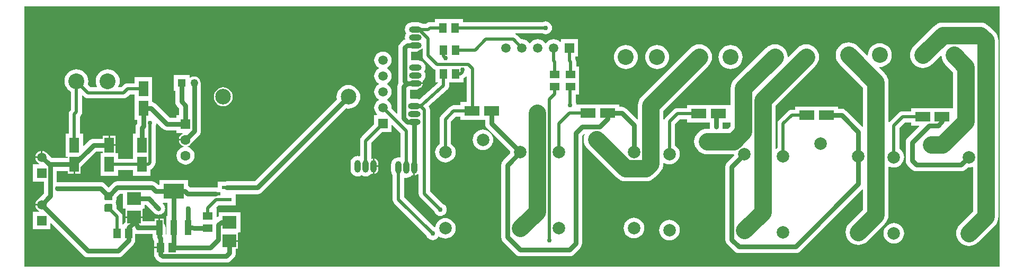
<source format=gtl>
%FSLAX25Y25*%
%MOIN*%
G70*
G01*
G75*
G04 Layer_Physical_Order=1*
G04 Layer_Color=255*
%ADD10R,0.05118X0.05906*%
%ADD11R,0.06102X0.09646*%
%ADD12R,0.06299X0.02362*%
%ADD13R,0.05906X0.05118*%
%ADD14R,0.08661X0.07874*%
%ADD15R,0.09646X0.06102*%
%ADD16R,0.12992X0.09449*%
%ADD17R,0.03937X0.09449*%
G04:AMPARAMS|DCode=18|XSize=50mil|YSize=50mil|CornerRadius=6.25mil|HoleSize=0mil|Usage=FLASHONLY|Rotation=270.000|XOffset=0mil|YOffset=0mil|HoleType=Round|Shape=RoundedRectangle|*
%AMROUNDEDRECTD18*
21,1,0.05000,0.03750,0,0,270.0*
21,1,0.03750,0.05000,0,0,270.0*
1,1,0.01250,-0.01875,-0.01875*
1,1,0.01250,-0.01875,0.01875*
1,1,0.01250,0.01875,0.01875*
1,1,0.01250,0.01875,-0.01875*
%
%ADD18ROUNDEDRECTD18*%
%ADD19C,0.02000*%
%ADD20C,0.03000*%
%ADD21C,0.11000*%
%ADD22C,0.05906*%
%ADD23R,0.05906X0.05906*%
%ADD24O,0.07874X0.03937*%
%ADD25O,0.07874X0.03937*%
%ADD26C,0.10000*%
%ADD27C,0.07874*%
%ADD28R,0.05906X0.05906*%
%ADD29C,0.09843*%
%ADD30C,0.04921*%
%ADD31R,0.04921X0.04921*%
%ADD32C,0.06299*%
%ADD33R,0.06299X0.06299*%
%ADD34O,0.03937X0.07874*%
%ADD35O,0.03937X0.07874*%
%ADD36C,0.03000*%
G36*
X613600Y0D02*
X0D01*
Y164100D01*
X613600D01*
Y0D01*
D02*
G37*
%LPC*%
G36*
X220200Y68197D02*
Y63800D01*
X222694D01*
Y65268D01*
X222592Y66043D01*
X222293Y66766D01*
X221817Y67386D01*
X221197Y67861D01*
X220475Y68161D01*
X220200Y68197D01*
D02*
G37*
G36*
X10400Y72969D02*
X9856Y72897D01*
X8883Y72494D01*
X8047Y71853D01*
X7406Y71017D01*
X7003Y70044D01*
X6931Y69500D01*
X10400D01*
Y72969D01*
D02*
G37*
G36*
X288512Y86456D02*
X287250Y86332D01*
X286037Y85964D01*
X284918Y85366D01*
X283938Y84562D01*
X283134Y83582D01*
X282536Y82464D01*
X282168Y81250D01*
X282044Y79988D01*
X282168Y78726D01*
X282536Y77513D01*
X283134Y76395D01*
X283938Y75415D01*
X284918Y74610D01*
X286037Y74012D01*
X287250Y73644D01*
X288512Y73520D01*
X289774Y73644D01*
X290987Y74012D01*
X292105Y74610D01*
X293086Y75415D01*
X293890Y76395D01*
X294488Y77513D01*
X294856Y78726D01*
X294980Y79988D01*
X294856Y81250D01*
X294488Y82464D01*
X293890Y83582D01*
X293086Y84562D01*
X292105Y85366D01*
X290987Y85964D01*
X289774Y86332D01*
X288512Y86456D01*
D02*
G37*
G36*
X222694Y62800D02*
X220200D01*
Y58403D01*
X220475Y58439D01*
X221197Y58738D01*
X221817Y59214D01*
X222293Y59834D01*
X222592Y60557D01*
X222694Y61331D01*
Y62800D01*
D02*
G37*
G36*
X547090Y27451D02*
X545828Y27327D01*
X544614Y26958D01*
X543496Y26361D01*
X542516Y25556D01*
X541712Y24576D01*
X541114Y23458D01*
X540746Y22244D01*
X540622Y20983D01*
X540746Y19721D01*
X541114Y18507D01*
X541712Y17389D01*
X542516Y16409D01*
X543496Y15605D01*
X544614Y15007D01*
X545828Y14639D01*
X547090Y14514D01*
X548352Y14639D01*
X549565Y15007D01*
X550683Y15605D01*
X551663Y16409D01*
X552468Y17389D01*
X553065Y18507D01*
X553434Y19721D01*
X553558Y20983D01*
X553434Y22244D01*
X553065Y23458D01*
X552468Y24576D01*
X551663Y25556D01*
X550683Y26361D01*
X549565Y26958D01*
X548352Y27327D01*
X547090Y27451D01*
D02*
G37*
G36*
X405890Y29451D02*
X404628Y29327D01*
X403414Y28958D01*
X402296Y28361D01*
X401316Y27556D01*
X400512Y26576D01*
X399914Y25458D01*
X399546Y24245D01*
X399422Y22983D01*
X399546Y21721D01*
X399914Y20507D01*
X400512Y19389D01*
X401316Y18409D01*
X402296Y17605D01*
X403414Y17007D01*
X404628Y16639D01*
X405890Y16514D01*
X407152Y16639D01*
X408365Y17007D01*
X409483Y17605D01*
X410463Y18409D01*
X411268Y19389D01*
X411866Y20507D01*
X412234Y21721D01*
X412358Y22983D01*
X412234Y24245D01*
X411866Y25458D01*
X411268Y26576D01*
X410463Y27556D01*
X409483Y28361D01*
X408365Y28958D01*
X407152Y29327D01*
X405890Y29451D01*
D02*
G37*
G36*
X383534Y30751D02*
X382272Y30626D01*
X381059Y30258D01*
X379940Y29661D01*
X378960Y28856D01*
X378156Y27876D01*
X377558Y26758D01*
X377190Y25545D01*
X377066Y24283D01*
X377190Y23021D01*
X377558Y21807D01*
X378156Y20689D01*
X378960Y19709D01*
X379940Y18904D01*
X381059Y18307D01*
X382272Y17939D01*
X383534Y17814D01*
X384796Y17939D01*
X386009Y18307D01*
X387127Y18904D01*
X388107Y19709D01*
X388912Y20689D01*
X389510Y21807D01*
X389878Y23021D01*
X390002Y24283D01*
X389878Y25545D01*
X389510Y26758D01*
X388912Y27876D01*
X388107Y28856D01*
X387127Y29661D01*
X386009Y30258D01*
X384796Y30626D01*
X383534Y30751D01*
D02*
G37*
G36*
X275999Y156153D02*
X258401D01*
Y154230D01*
X255170D01*
X254256Y154110D01*
X253405Y153757D01*
X252674Y153196D01*
X252674Y153196D01*
X252608Y153130D01*
X250608D01*
X250122Y153503D01*
X249035Y153954D01*
X247869Y154107D01*
X243932D01*
X242765Y153954D01*
X241678Y153503D01*
X240745Y152787D01*
X240028Y151854D01*
X239578Y150767D01*
X239424Y149600D01*
X239578Y148433D01*
X240028Y147346D01*
X240217Y147100D01*
X240028Y146853D01*
X239578Y145766D01*
X239424Y144600D01*
X239578Y143433D01*
X239559Y143386D01*
X238853Y143094D01*
X238017Y142453D01*
X236517Y140953D01*
X235876Y140117D01*
X235473Y139144D01*
X235336Y138100D01*
X235336Y138100D01*
Y117000D01*
X235336Y117000D01*
X235473Y115956D01*
X235522Y115838D01*
X235481Y115784D01*
X235276Y115517D01*
X234873Y114544D01*
X234736Y113500D01*
X234736Y113500D01*
Y96710D01*
X234274Y96519D01*
X231041Y99752D01*
X231100Y100200D01*
X230912Y101623D01*
X230363Y102950D01*
X229489Y104089D01*
X228367Y104950D01*
Y105450D01*
X229489Y106311D01*
X230363Y107450D01*
X230912Y108776D01*
X231100Y110200D01*
X230912Y111624D01*
X230363Y112950D01*
X229489Y114089D01*
X228367Y114950D01*
Y115450D01*
X229489Y116311D01*
X230363Y117450D01*
X230912Y118777D01*
X231100Y120200D01*
X230912Y121624D01*
X230363Y122950D01*
X229489Y124089D01*
X228367Y124950D01*
Y125450D01*
X229489Y126311D01*
X230363Y127450D01*
X230912Y128777D01*
X231100Y130200D01*
X230912Y131623D01*
X230363Y132950D01*
X229489Y134089D01*
X228350Y134963D01*
X227024Y135512D01*
X225600Y135700D01*
X224177Y135512D01*
X222850Y134963D01*
X221711Y134089D01*
X220837Y132950D01*
X220288Y131623D01*
X220100Y130200D01*
X220288Y128777D01*
X220837Y127450D01*
X221711Y126311D01*
X222833Y125450D01*
Y124950D01*
X221711Y124089D01*
X220837Y122950D01*
X220288Y121624D01*
X220100Y120200D01*
X220288Y118777D01*
X220837Y117450D01*
X221711Y116311D01*
X222833Y115450D01*
Y114950D01*
X221711Y114089D01*
X220837Y112950D01*
X220288Y111624D01*
X220100Y110200D01*
X220288Y108776D01*
X220837Y107450D01*
X221711Y106311D01*
X222833Y105450D01*
Y104950D01*
X221711Y104089D01*
X220837Y102950D01*
X220288Y101623D01*
X220100Y100200D01*
X220288Y98777D01*
X220837Y97450D01*
X221711Y96311D01*
X221952Y96126D01*
X221791Y95653D01*
X220147D01*
Y89740D01*
X212204Y81796D01*
X211643Y81065D01*
X211290Y80214D01*
X211170Y79300D01*
Y69961D01*
X210794Y69632D01*
X209700Y69776D01*
X208534Y69622D01*
X207447Y69172D01*
X206513Y68455D01*
X205797Y67522D01*
X205347Y66435D01*
X205193Y65268D01*
Y61331D01*
X205347Y60165D01*
X205797Y59078D01*
X206513Y58144D01*
X207447Y57428D01*
X208534Y56978D01*
X209700Y56824D01*
X210867Y56978D01*
X211954Y57428D01*
X212200Y57617D01*
X212446Y57428D01*
X213534Y56978D01*
X214700Y56824D01*
X215867Y56978D01*
X216954Y57428D01*
X217887Y58144D01*
X218309Y58695D01*
X218925Y58439D01*
X219200Y58403D01*
Y61276D01*
X219207Y61331D01*
Y63300D01*
Y65268D01*
X219200Y65324D01*
Y68197D01*
X218925Y68161D01*
X218646Y68045D01*
X218230Y68323D01*
Y77838D01*
X225140Y84747D01*
X231053D01*
Y89101D01*
X231515Y89293D01*
X236770Y84038D01*
Y69061D01*
X236394Y68732D01*
X235300Y68876D01*
X234134Y68722D01*
X233047Y68272D01*
X232113Y67555D01*
X231397Y66622D01*
X230947Y65535D01*
X230793Y64368D01*
Y60431D01*
X230947Y59265D01*
X231397Y58178D01*
X231770Y57692D01*
Y42300D01*
X231770Y42300D01*
X231770D01*
X231890Y41386D01*
X232243Y40535D01*
X232804Y39804D01*
X253009Y19598D01*
X253376Y18713D01*
X254017Y17877D01*
X254853Y17236D01*
X255826Y16833D01*
X256870Y16695D01*
X257914Y16833D01*
X258887Y17236D01*
X259723Y17877D01*
X260364Y18713D01*
X260437Y18890D01*
X260922Y19011D01*
X261296Y18704D01*
X262414Y18107D01*
X263628Y17739D01*
X264890Y17614D01*
X266151Y17739D01*
X267365Y18107D01*
X268483Y18704D01*
X269463Y19509D01*
X270268Y20489D01*
X270866Y21607D01*
X271234Y22821D01*
X271358Y24083D01*
X271234Y25344D01*
X270866Y26558D01*
X270268Y27676D01*
X269463Y28656D01*
X268483Y29461D01*
X267365Y30058D01*
X266151Y30426D01*
X264890Y30551D01*
X263628Y30426D01*
X262414Y30058D01*
X261296Y29461D01*
X260316Y28656D01*
X259512Y27676D01*
X258914Y26558D01*
X258546Y25344D01*
X258494Y24822D01*
X258065Y24564D01*
X258002Y24591D01*
X238830Y43762D01*
Y55739D01*
X239206Y56068D01*
X240300Y55924D01*
X241467Y56078D01*
X242554Y56528D01*
X243487Y57244D01*
X243909Y57795D01*
X244525Y57539D01*
X244800Y57503D01*
Y60376D01*
X244807Y60431D01*
Y62400D01*
X245800D01*
Y57503D01*
X246075Y57539D01*
X246797Y57838D01*
X247417Y58314D01*
X247666Y58639D01*
X248140Y58478D01*
Y46000D01*
X248140Y46000D01*
X248140D01*
X248260Y45086D01*
X248613Y44235D01*
X249174Y43504D01*
X257909Y34768D01*
X258276Y33883D01*
X258917Y33047D01*
X259753Y32406D01*
X260726Y32003D01*
X261770Y31866D01*
X262814Y32003D01*
X263787Y32406D01*
X264623Y33047D01*
X265264Y33883D01*
X265667Y34856D01*
X265805Y35900D01*
X265667Y36944D01*
X265264Y37917D01*
X264623Y38753D01*
X263787Y39394D01*
X262902Y39761D01*
X255200Y47462D01*
Y99000D01*
X255080Y99914D01*
X254727Y100765D01*
X254457Y101117D01*
X266115Y111560D01*
X266179Y111634D01*
X266256Y111694D01*
X266478Y111983D01*
X266716Y112259D01*
X266758Y112347D01*
X266817Y112425D01*
X266957Y112762D01*
X267114Y113090D01*
X267132Y113186D01*
X267170Y113276D01*
X267217Y113638D01*
X267285Y113996D01*
X267277Y114093D01*
X267290Y114190D01*
Y116247D01*
X276299D01*
Y118769D01*
X276866Y119204D01*
X276866Y119204D01*
X276866Y119204D01*
X277878Y120215D01*
X278340Y120024D01*
Y103751D01*
X274475D01*
Y101730D01*
X270090D01*
X269176Y101610D01*
X268325Y101257D01*
X267593Y100696D01*
X262393Y95496D01*
X261832Y94765D01*
X261480Y93914D01*
X261360Y93000D01*
Y77526D01*
X261296Y77492D01*
X260316Y76688D01*
X259512Y75708D01*
X258914Y74589D01*
X258546Y73376D01*
X258421Y72114D01*
X258546Y70852D01*
X258914Y69639D01*
X259512Y68521D01*
X260316Y67541D01*
X261296Y66736D01*
X262414Y66138D01*
X263628Y65770D01*
X264890Y65646D01*
X266151Y65770D01*
X267365Y66138D01*
X268483Y66736D01*
X269463Y67541D01*
X270268Y68521D01*
X270866Y69639D01*
X271234Y70852D01*
X271358Y72114D01*
X271234Y73376D01*
X270866Y74589D01*
X270268Y75708D01*
X269463Y76688D01*
X268483Y77492D01*
X268420Y77526D01*
Y91538D01*
X271552Y94670D01*
X274475D01*
Y92649D01*
X289936D01*
Y90278D01*
X289936Y90278D01*
X290073Y89234D01*
X290476Y88261D01*
X291117Y87425D01*
X305734Y72808D01*
X305666Y72114D01*
X305734Y71420D01*
X301217Y66903D01*
X300576Y66068D01*
X300173Y65095D01*
X300036Y64050D01*
X300036Y64050D01*
Y18400D01*
X300036Y18400D01*
X300173Y17356D01*
X300576Y16383D01*
X301217Y15547D01*
X309117Y7647D01*
X309117Y7647D01*
X309953Y7006D01*
X309953Y7006D01*
X309953Y7006D01*
D01*
X309953Y7006D01*
X309953Y7006D01*
X310926Y6603D01*
X311970Y6465D01*
X311970Y6465D01*
X342870D01*
X342870Y6465D01*
X343914Y6603D01*
X344887Y7006D01*
X345723Y7647D01*
X349723Y11647D01*
X349723Y11647D01*
X350086Y12120D01*
X350364Y12483D01*
X350767Y13456D01*
X350905Y14500D01*
X350905Y14500D01*
X350905Y14500D01*
Y14500D01*
Y82529D01*
X352250Y83875D01*
X352652Y83577D01*
X352485Y83264D01*
X352028Y81757D01*
X351873Y80188D01*
X352028Y78620D01*
X352485Y77112D01*
X353228Y75722D01*
X354228Y74504D01*
X372616Y56116D01*
X373834Y55116D01*
X375224Y54373D01*
X376732Y53916D01*
X378300Y53761D01*
X390870D01*
X390870Y53761D01*
X392438Y53916D01*
X393946Y54373D01*
X395336Y55116D01*
X396554Y56116D01*
X399754Y59316D01*
X399754Y59316D01*
X400754Y60534D01*
X401497Y61924D01*
X401954Y63432D01*
X402109Y65000D01*
Y65250D01*
X402538Y65507D01*
X403414Y65038D01*
X404628Y64670D01*
X405890Y64546D01*
X407152Y64670D01*
X408365Y65038D01*
X409483Y65636D01*
X410463Y66440D01*
X411268Y67421D01*
X411866Y68539D01*
X412234Y69752D01*
X412358Y71014D01*
X412234Y72276D01*
X411866Y73489D01*
X411268Y74608D01*
X410463Y75588D01*
X409483Y76392D01*
X409420Y76426D01*
Y90057D01*
X412332Y92970D01*
X416975D01*
Y90949D01*
X431236D01*
Y88200D01*
X431354Y87303D01*
X431024Y86927D01*
X429512D01*
X427944Y86773D01*
X426436Y86315D01*
X425046Y85572D01*
X423828Y84572D01*
X422828Y83354D01*
X422085Y81964D01*
X421628Y80457D01*
X421473Y78888D01*
X421628Y77320D01*
X422085Y75812D01*
X422828Y74422D01*
X423828Y73204D01*
X425046Y72204D01*
X426436Y71461D01*
X427944Y71004D01*
X429512Y70850D01*
X446248D01*
X446248Y70850D01*
X446326Y70857D01*
X446557Y70667D01*
X446582Y70168D01*
X442217Y65803D01*
X441576Y64968D01*
X441173Y63995D01*
X441036Y62950D01*
X441036Y62950D01*
Y17000D01*
X441036Y17000D01*
X441173Y15956D01*
X441576Y14983D01*
X442217Y14147D01*
X446717Y9647D01*
X447553Y9006D01*
X448526Y8603D01*
X449570Y8466D01*
X485170D01*
X485170Y8466D01*
X486214Y8603D01*
X487187Y9006D01*
X488023Y9647D01*
X527169Y48794D01*
X527631Y48602D01*
Y35949D01*
X519050Y27367D01*
X518050Y26149D01*
X517307Y24759D01*
X516850Y23251D01*
X516695Y21683D01*
X516850Y20114D01*
X517307Y18606D01*
X518050Y17217D01*
X519050Y15998D01*
X520268Y14999D01*
X521658Y14256D01*
X523166Y13798D01*
X524734Y13644D01*
X526302Y13798D01*
X527810Y14256D01*
X529200Y14999D01*
X530418Y15998D01*
X541354Y26934D01*
X541354Y26935D01*
X542354Y28153D01*
X543097Y29542D01*
X543554Y31051D01*
X543709Y32619D01*
Y63036D01*
X544138Y63293D01*
X544614Y63038D01*
X545828Y62670D01*
X547090Y62546D01*
X548352Y62670D01*
X549565Y63038D01*
X550683Y63636D01*
X551663Y64441D01*
X552468Y65421D01*
X553065Y66539D01*
X553434Y67752D01*
X553558Y69014D01*
X553434Y70276D01*
X553065Y71489D01*
X552468Y72608D01*
X551663Y73588D01*
X550683Y74392D01*
X550620Y74426D01*
Y87538D01*
X554052Y90970D01*
X557875D01*
Y88949D01*
X562890D01*
X563081Y88487D01*
X555717Y81123D01*
X555076Y80287D01*
X554673Y79314D01*
X554535Y78270D01*
X554536Y78270D01*
Y66750D01*
X554535Y66750D01*
X554673Y65705D01*
X555076Y64732D01*
X555717Y63897D01*
X558367Y61247D01*
X559202Y60606D01*
X560176Y60203D01*
X561220Y60066D01*
X589420D01*
X589420Y60066D01*
X590464Y60203D01*
X591437Y60606D01*
X592273Y61247D01*
X593640Y62614D01*
X594334Y62546D01*
X595596Y62670D01*
X596430Y62923D01*
X596831Y62625D01*
Y34848D01*
X588650Y26667D01*
X587650Y25449D01*
X586907Y24059D01*
X586450Y22551D01*
X586295Y20983D01*
X586450Y19414D01*
X586907Y17906D01*
X587650Y16517D01*
X588650Y15298D01*
X589868Y14299D01*
X591258Y13556D01*
X592766Y13098D01*
X594334Y12944D01*
X595902Y13098D01*
X597410Y13556D01*
X598800Y14299D01*
X600018Y15298D01*
X610554Y25835D01*
X610554Y25835D01*
X611554Y27053D01*
X612297Y28442D01*
X612754Y29950D01*
X612754Y29950D01*
X612754Y29950D01*
Y29950D01*
X612909Y31519D01*
X612909Y31519D01*
Y142400D01*
X612909Y142400D01*
X612754Y143968D01*
X612297Y145476D01*
X611554Y146866D01*
X610554Y148084D01*
X606954Y151684D01*
X605736Y152684D01*
X604346Y153427D01*
X602838Y153884D01*
X601270Y154039D01*
X601270Y154039D01*
X577957D01*
X576389Y153884D01*
X574881Y153427D01*
X573491Y152684D01*
X572273Y151684D01*
X559673Y139084D01*
X558673Y137866D01*
X557931Y136476D01*
X557473Y134968D01*
X557319Y133400D01*
X557473Y131832D01*
X557931Y130324D01*
X558673Y128934D01*
X559673Y127716D01*
X560891Y126716D01*
X562281Y125973D01*
X563789Y125516D01*
X565357Y125361D01*
X566926Y125516D01*
X568434Y125973D01*
X569824Y126716D01*
X571042Y127716D01*
X576565Y133239D01*
X577036Y133071D01*
X577158Y131832D01*
X577616Y130324D01*
X578359Y128934D01*
X579358Y127716D01*
X584431Y122643D01*
Y100051D01*
X557875D01*
Y98030D01*
X552590D01*
X551676Y97910D01*
X550825Y97557D01*
X550094Y96996D01*
X544593Y91496D01*
X544182Y90960D01*
X543709Y91121D01*
Y116287D01*
X543554Y117856D01*
X543097Y119364D01*
X542354Y120754D01*
X541354Y121972D01*
X537902Y125424D01*
X538116Y125876D01*
X538242Y125864D01*
X539713Y126008D01*
X541126Y126437D01*
X542429Y127134D01*
X543571Y128071D01*
X544509Y129213D01*
X545205Y130516D01*
X545634Y131930D01*
X545779Y133400D01*
X545634Y134870D01*
X545205Y136284D01*
X544509Y137587D01*
X543571Y138729D01*
X542429Y139666D01*
X541126Y140363D01*
X539713Y140791D01*
X538242Y140936D01*
X536772Y140791D01*
X535358Y140363D01*
X534056Y139666D01*
X532913Y138729D01*
X531976Y137587D01*
X531280Y136284D01*
X530851Y134870D01*
X530706Y133400D01*
X530719Y133273D01*
X530267Y133059D01*
X524242Y139084D01*
X523024Y140084D01*
X521634Y140827D01*
X520126Y141284D01*
X518558Y141439D01*
X516989Y141284D01*
X515481Y140827D01*
X514091Y140084D01*
X512873Y139084D01*
X511873Y137866D01*
X511131Y136476D01*
X510673Y134968D01*
X510519Y133400D01*
X510673Y131832D01*
X511131Y130324D01*
X511873Y128934D01*
X512873Y127716D01*
X527631Y112958D01*
Y88428D01*
X527169Y88236D01*
X517053Y98353D01*
X516217Y98994D01*
X515244Y99397D01*
X514200Y99534D01*
X514200Y99534D01*
X511925D01*
Y101051D01*
X485075D01*
Y99030D01*
X482870D01*
X481956Y98910D01*
X481105Y98557D01*
X480374Y97996D01*
X474994Y92616D01*
X474432Y91885D01*
X474080Y91033D01*
X473959Y90120D01*
Y75126D01*
X473896Y75092D01*
X472993Y74351D01*
X472541Y74565D01*
Y101430D01*
X497627Y126516D01*
X498626Y127734D01*
X499369Y129124D01*
X499827Y130632D01*
X499981Y132200D01*
X499827Y133768D01*
X499369Y135276D01*
X498626Y136666D01*
X497627Y137884D01*
X496409Y138884D01*
X495019Y139627D01*
X493511Y140084D01*
X491943Y140239D01*
X490374Y140084D01*
X488866Y139627D01*
X487476Y138884D01*
X486258Y137884D01*
X480735Y132360D01*
X480264Y132529D01*
X480142Y133768D01*
X479684Y135276D01*
X478941Y136666D01*
X477942Y137884D01*
X476723Y138884D01*
X475334Y139627D01*
X473826Y140084D01*
X472258Y140239D01*
X470689Y140084D01*
X469181Y139627D01*
X467791Y138884D01*
X466573Y137884D01*
X446786Y118097D01*
X445786Y116879D01*
X445043Y115489D01*
X444586Y113981D01*
X444431Y112413D01*
X444431Y112413D01*
Y88440D01*
X442918Y86927D01*
X439516D01*
X439186Y87303D01*
X439305Y88200D01*
Y90949D01*
X443825D01*
Y102051D01*
X416975D01*
Y100030D01*
X410870D01*
X409956Y99910D01*
X409105Y99557D01*
X408374Y98996D01*
X403393Y94016D01*
X402832Y93285D01*
X402599Y92722D01*
X402109Y92819D01*
Y98283D01*
X430342Y126516D01*
X431341Y127734D01*
X432084Y129124D01*
X432542Y130632D01*
X432696Y132200D01*
X432542Y133768D01*
X432084Y135276D01*
X431341Y136666D01*
X430342Y137884D01*
X429124Y138884D01*
X427734Y139627D01*
X426226Y140084D01*
X424657Y140239D01*
X423089Y140084D01*
X421581Y139627D01*
X420191Y138884D01*
X418973Y137884D01*
X388386Y107297D01*
X387386Y106079D01*
X386643Y104689D01*
X386186Y103181D01*
X386031Y101613D01*
X386031Y101612D01*
Y93028D01*
X385569Y92836D01*
X378753Y99653D01*
X377917Y100294D01*
X376944Y100697D01*
X375900Y100835D01*
X375900Y100835D01*
X374325D01*
Y102351D01*
X347475D01*
X347475Y102351D01*
Y102351D01*
X347445Y102349D01*
X347367Y102944D01*
X347000Y103830D01*
Y108601D01*
X349153D01*
Y116081D01*
Y126199D01*
X347230D01*
Y129200D01*
X347110Y130114D01*
X346757Y130965D01*
X346530Y131261D01*
Y132547D01*
X348453D01*
Y143453D01*
X337547D01*
Y141809D01*
X337074Y141648D01*
X336889Y141889D01*
X335750Y142763D01*
X334423Y143312D01*
X333000Y143500D01*
X331577Y143312D01*
X330250Y142763D01*
X329111Y141889D01*
X328250Y140767D01*
X327750D01*
X326889Y141889D01*
X325750Y142763D01*
X324424Y143312D01*
X323000Y143500D01*
X321577Y143312D01*
X320250Y142763D01*
X319111Y141889D01*
X318250Y140767D01*
X317750D01*
X316889Y141889D01*
X315750Y142763D01*
X314423Y143312D01*
X313000Y143500D01*
X312552Y143441D01*
X310096Y145896D01*
X309365Y146457D01*
X308829Y146679D01*
X308926Y147170D01*
X326040D01*
X326926Y146803D01*
X327970Y146666D01*
X329014Y146803D01*
X329987Y147206D01*
X330823Y147847D01*
X331464Y148683D01*
X331867Y149656D01*
X332005Y150700D01*
X331867Y151744D01*
X331464Y152717D01*
X330823Y153553D01*
X329987Y154194D01*
X329014Y154597D01*
X327970Y154735D01*
X326926Y154597D01*
X326040Y154230D01*
X275999D01*
Y156153D01*
D02*
G37*
G36*
X378457Y139736D02*
X376987Y139592D01*
X375573Y139163D01*
X374271Y138466D01*
X373129Y137529D01*
X372191Y136387D01*
X371495Y135084D01*
X371066Y133670D01*
X370921Y132200D01*
X371066Y130730D01*
X371495Y129316D01*
X372191Y128013D01*
X373129Y126871D01*
X374271Y125934D01*
X375573Y125237D01*
X376987Y124809D01*
X378457Y124664D01*
X379928Y124809D01*
X381342Y125237D01*
X382644Y125934D01*
X383786Y126871D01*
X384724Y128013D01*
X385420Y129316D01*
X385849Y130730D01*
X385994Y132200D01*
X385849Y133670D01*
X385420Y135084D01*
X384724Y136387D01*
X383786Y137529D01*
X382644Y138466D01*
X381342Y139163D01*
X379928Y139592D01*
X378457Y139736D01*
D02*
G37*
G36*
X398143D02*
X396672Y139592D01*
X395258Y139163D01*
X393955Y138466D01*
X392813Y137529D01*
X391876Y136387D01*
X391180Y135084D01*
X390751Y133670D01*
X390606Y132200D01*
X390751Y130730D01*
X391180Y129316D01*
X391876Y128013D01*
X392813Y126871D01*
X393955Y125934D01*
X395258Y125237D01*
X396672Y124809D01*
X398143Y124664D01*
X399613Y124809D01*
X401026Y125237D01*
X402329Y125934D01*
X403471Y126871D01*
X404409Y128013D01*
X405105Y129316D01*
X405534Y130730D01*
X405679Y132200D01*
X405534Y133670D01*
X405105Y135084D01*
X404409Y136387D01*
X403471Y137529D01*
X402329Y138466D01*
X401026Y139163D01*
X399613Y139592D01*
X398143Y139736D01*
D02*
G37*
G36*
X444343D02*
X442872Y139592D01*
X441459Y139163D01*
X440156Y138466D01*
X439013Y137529D01*
X438076Y136387D01*
X437380Y135084D01*
X436951Y133670D01*
X436806Y132200D01*
X436951Y130730D01*
X437380Y129316D01*
X438076Y128013D01*
X439013Y126871D01*
X440156Y125934D01*
X441459Y125237D01*
X442872Y124809D01*
X444343Y124664D01*
X445813Y124809D01*
X447226Y125237D01*
X448529Y125934D01*
X449671Y126871D01*
X450609Y128013D01*
X451305Y129316D01*
X451734Y130730D01*
X451879Y132200D01*
X451734Y133670D01*
X451305Y135084D01*
X450609Y136387D01*
X449671Y137529D01*
X448529Y138466D01*
X447226Y139163D01*
X445813Y139592D01*
X444343Y139736D01*
D02*
G37*
G36*
X52443Y124536D02*
X50972Y124391D01*
X49558Y123963D01*
X48256Y123266D01*
X47113Y122329D01*
X46176Y121187D01*
X45480Y119884D01*
X45051Y118470D01*
X44906Y117000D01*
X45051Y115530D01*
X45480Y114116D01*
X45777Y113559D01*
X45520Y113130D01*
X41620D01*
X39933Y114817D01*
X40149Y115530D01*
X40294Y117000D01*
X40149Y118470D01*
X39720Y119884D01*
X39024Y121187D01*
X38086Y122329D01*
X36944Y123266D01*
X35642Y123963D01*
X34228Y124391D01*
X32757Y124536D01*
X31287Y124391D01*
X29873Y123963D01*
X28571Y123266D01*
X27428Y122329D01*
X26491Y121187D01*
X25795Y119884D01*
X25366Y118470D01*
X25221Y117000D01*
X25366Y115530D01*
X25795Y114116D01*
X26491Y112813D01*
X27428Y111671D01*
X28571Y110734D01*
X29227Y110383D01*
Y98920D01*
X28904Y98596D01*
X28343Y97865D01*
X27990Y97014D01*
X27870Y96100D01*
Y83925D01*
X25849D01*
Y69280D01*
X27349D01*
Y68432D01*
X17174D01*
X13753Y71853D01*
X12917Y72494D01*
X11944Y72897D01*
X11400Y72969D01*
Y69000D01*
X10900D01*
Y68500D01*
X6931D01*
X7003Y67956D01*
X7406Y66983D01*
X8047Y66147D01*
X9280Y64915D01*
X9088Y64453D01*
X5447D01*
Y53547D01*
X12336D01*
Y46141D01*
X8047Y41853D01*
X7406Y41017D01*
X7003Y40044D01*
X6931Y39500D01*
X10900D01*
Y38500D01*
X6931D01*
X7003Y37956D01*
X7406Y36983D01*
X8047Y36147D01*
X9280Y34915D01*
X9088Y34453D01*
X5447D01*
Y23547D01*
X16353D01*
Y27188D01*
X16815Y27380D01*
X37247Y6947D01*
X37247Y6947D01*
X38083Y6306D01*
X38083Y6306D01*
X38083Y6306D01*
D01*
X38083Y6306D01*
X38083Y6306D01*
X39056Y5903D01*
X40100Y5765D01*
X40100Y5765D01*
X58870D01*
X58870Y5765D01*
X59914Y5903D01*
X60887Y6306D01*
X61723Y6947D01*
X68493Y13717D01*
X68493Y13717D01*
X69134Y14553D01*
X69537Y15526D01*
X69675Y16570D01*
X69675Y16570D01*
Y20427D01*
X70090Y20705D01*
X70138Y20686D01*
X70289Y20666D01*
X70434Y20618D01*
X70809Y20597D01*
X71182Y20548D01*
X80810D01*
Y18615D01*
X80810Y18615D01*
X80948Y17571D01*
X81351Y16598D01*
X81576Y16305D01*
X81625Y16240D01*
Y12500D01*
X85660D01*
Y11500D01*
X81625D01*
Y7710D01*
X81625Y7710D01*
X81763Y6666D01*
X82166Y5693D01*
X82807Y4857D01*
X84017Y3647D01*
X84853Y3006D01*
X85826Y2603D01*
X86870Y2465D01*
X126870D01*
X126870Y2465D01*
X127914Y2603D01*
X128887Y3006D01*
X129723Y3647D01*
X131853Y5777D01*
X131853Y5777D01*
X132494Y6613D01*
X132730Y7183D01*
X132897Y7586D01*
X133035Y8630D01*
X133035Y8630D01*
X133035Y8630D01*
Y8630D01*
Y11158D01*
X134331D01*
Y15595D01*
X129000D01*
Y16595D01*
X134331D01*
Y21032D01*
X134331D01*
Y21115D01*
X134684Y21469D01*
X135831D01*
Y34343D01*
X122169D01*
Y31531D01*
X121853Y31400D01*
X121490Y31121D01*
X121301Y30976D01*
X120853Y31198D01*
Y36799D01*
X120853Y36799D01*
X120853D01*
X120662Y37260D01*
X121981Y38579D01*
X133093D01*
Y45706D01*
X146510D01*
X146510Y45706D01*
X147555Y45843D01*
X148528Y46246D01*
X149363Y46887D01*
X202298Y99822D01*
X202415Y99786D01*
X203870Y99643D01*
X205325Y99786D01*
X206724Y100210D01*
X208013Y100900D01*
X209143Y101827D01*
X210070Y102957D01*
X210760Y104246D01*
X211184Y105645D01*
X211327Y107100D01*
X211184Y108555D01*
X210760Y109954D01*
X210070Y111243D01*
X209143Y112373D01*
X208013Y113300D01*
X206724Y113989D01*
X205325Y114414D01*
X203870Y114557D01*
X202415Y114414D01*
X201016Y113989D01*
X199727Y113300D01*
X198597Y112373D01*
X197670Y111243D01*
X196981Y109954D01*
X196556Y108555D01*
X196413Y107100D01*
X196556Y105645D01*
X196592Y105527D01*
X144839Y53775D01*
X127443D01*
X126399Y53637D01*
X125878Y53421D01*
X121794D01*
Y50160D01*
X121401Y49897D01*
X120357Y50034D01*
X104241D01*
X104006Y50270D01*
X103170Y50911D01*
X102896Y51025D01*
Y54642D01*
X84904D01*
Y51452D01*
X84241D01*
X83040Y52653D01*
X82205Y53294D01*
X81232Y53697D01*
X80187Y53834D01*
X80187Y53834D01*
X58450D01*
X58450Y53834D01*
X57406Y53697D01*
X56433Y53294D01*
X55597Y52653D01*
X55597Y52653D01*
X52900Y49956D01*
X50703Y52153D01*
X49867Y52794D01*
X48894Y53197D01*
X47850Y53334D01*
X47850Y53334D01*
X20600D01*
X20405Y53506D01*
Y60363D01*
X27349D01*
Y58575D01*
X30900D01*
Y64398D01*
X31900D01*
Y58575D01*
X35451D01*
Y62743D01*
X45276Y72568D01*
X49349D01*
Y71720D01*
X47849D01*
Y57075D01*
X58951D01*
Y60867D01*
X68349D01*
Y57075D01*
X79451D01*
Y61264D01*
X79635Y61340D01*
X80366Y61901D01*
X81466Y63001D01*
X81466Y63001D01*
X82027Y63732D01*
X82380Y64584D01*
X82500Y65498D01*
Y88542D01*
X82867Y89428D01*
X82974Y90238D01*
X83447Y90399D01*
X86699Y87147D01*
X86699D01*
X86699Y87147D01*
X86699Y87147D01*
Y87147D01*
X87535Y86506D01*
X88508Y86103D01*
X89552Y85966D01*
X95750D01*
Y84350D01*
X99392D01*
X99583Y83889D01*
X99327Y83633D01*
X99307Y83625D01*
X98440Y82960D01*
X97775Y82093D01*
X97357Y81083D01*
X97281Y80500D01*
X101400D01*
Y79500D01*
X97281D01*
X97357Y78917D01*
X97775Y77907D01*
X98440Y77040D01*
X99307Y76375D01*
X100160Y76022D01*
X100095Y75526D01*
X99925Y75504D01*
X98551Y74935D01*
X97371Y74029D01*
X96465Y72849D01*
X95896Y71475D01*
X95702Y70000D01*
X95896Y68525D01*
X96465Y67151D01*
X97371Y65971D01*
X98551Y65065D01*
X99925Y64496D01*
X101400Y64302D01*
X102875Y64496D01*
X104249Y65065D01*
X105429Y65971D01*
X106335Y67151D01*
X106904Y68525D01*
X107098Y70000D01*
X106904Y71475D01*
X106335Y72849D01*
X105429Y74029D01*
X104249Y74935D01*
X102875Y75504D01*
X102706Y75526D01*
X102640Y76022D01*
X103493Y76375D01*
X104360Y77040D01*
X105025Y77907D01*
X105033Y77927D01*
X109923Y82817D01*
X110564Y83653D01*
X110967Y84626D01*
X111105Y85670D01*
Y103767D01*
X110967Y104811D01*
X110872Y105042D01*
Y116000D01*
X110734Y117044D01*
X110331Y118017D01*
X109690Y118853D01*
X108854Y119494D01*
X107881Y119897D01*
X106837Y120035D01*
X105793Y119897D01*
X104820Y119494D01*
X104372Y119150D01*
X103924Y119372D01*
Y120961D01*
X94002D01*
Y111039D01*
X94929D01*
Y104137D01*
X94928Y104137D01*
X95066Y103093D01*
X95469Y102120D01*
X96110Y101284D01*
X97366Y100029D01*
Y95650D01*
X95750D01*
Y94034D01*
X91223D01*
X82507Y102750D01*
X81672Y103392D01*
X80699Y103795D01*
X80451Y103827D01*
Y104780D01*
Y119425D01*
X69349D01*
Y115633D01*
X64872D01*
X63959Y115512D01*
X63107Y115160D01*
X62376Y114599D01*
X60908Y113130D01*
X59364D01*
X59107Y113559D01*
X59405Y114116D01*
X59834Y115530D01*
X59979Y117000D01*
X59834Y118470D01*
X59405Y119884D01*
X58709Y121187D01*
X57771Y122329D01*
X56629Y123266D01*
X55326Y123963D01*
X53913Y124391D01*
X52443Y124536D01*
D02*
G37*
G36*
X125130Y113072D02*
X123584Y112869D01*
X122144Y112272D01*
X120907Y111323D01*
X119958Y110086D01*
X119361Y108646D01*
X119158Y107100D01*
X119361Y105554D01*
X119958Y104114D01*
X120907Y102877D01*
X122144Y101928D01*
X123584Y101331D01*
X125130Y101128D01*
X126676Y101331D01*
X128116Y101928D01*
X129353Y102877D01*
X130302Y104114D01*
X130899Y105554D01*
X131102Y107100D01*
X130899Y108646D01*
X130302Y110086D01*
X129353Y111323D01*
X128116Y112272D01*
X126676Y112869D01*
X125130Y113072D01*
D02*
G37*
%LPD*%
G36*
X250570Y137466D02*
Y133070D01*
X250570Y133070D01*
X250570D01*
X250690Y132156D01*
X251043Y131305D01*
X251604Y130574D01*
X257070Y125108D01*
X257801Y124547D01*
X258652Y124194D01*
X258701Y124188D01*
Y116247D01*
X260230D01*
Y115767D01*
X248780Y105511D01*
X248435Y105654D01*
X247269Y105807D01*
X243332D01*
X243180Y105787D01*
X242805Y106117D01*
Y111565D01*
X245900D01*
X246944Y111703D01*
X247917Y112106D01*
X248753Y112747D01*
X248760Y112756D01*
X249366Y113007D01*
X249986Y113483D01*
X250462Y114103D01*
X250761Y114825D01*
X250797Y115100D01*
X245900D01*
Y116093D01*
X247869D01*
X247924Y116100D01*
X250797D01*
X250761Y116375D01*
X250505Y116991D01*
X251056Y117413D01*
X251772Y118347D01*
X252222Y119433D01*
X252376Y120600D01*
X252222Y121766D01*
X251772Y122854D01*
X251583Y123100D01*
X251772Y123346D01*
X252222Y124434D01*
X252376Y125600D01*
X252222Y126767D01*
X251772Y127854D01*
X251056Y128787D01*
X250122Y129503D01*
X249035Y129954D01*
X247869Y130107D01*
X243932D01*
X243780Y130087D01*
X243405Y130417D01*
Y135565D01*
X245900D01*
X246944Y135703D01*
X247917Y136106D01*
X248753Y136747D01*
X248760Y136756D01*
X249366Y137007D01*
X249986Y137483D01*
X250096Y137627D01*
X250570Y137466D01*
D02*
G37*
G36*
X62069Y36469D02*
X63569D01*
Y36031D01*
X63569D01*
Y31594D01*
X74231D01*
Y36031D01*
X74231D01*
Y36115D01*
X74584Y36469D01*
X75731D01*
Y38871D01*
X76598D01*
X81616Y33849D01*
X81617Y33848D01*
X81617Y33847D01*
X82046Y33518D01*
X82451Y33207D01*
X82452Y33207D01*
X82453Y33206D01*
X82949Y33000D01*
X83424Y32803D01*
X83425Y32803D01*
X83426Y32803D01*
X83954Y32733D01*
X84468Y32666D01*
X84469Y32666D01*
X84470Y32666D01*
X84992Y32734D01*
X85513Y32803D01*
X85513Y32803D01*
X85514Y32803D01*
X86002Y33005D01*
X86486Y33205D01*
X86487Y33206D01*
X86487Y33206D01*
X86918Y33536D01*
X87322Y33846D01*
X87322Y33847D01*
X87323Y33847D01*
X87656Y34281D01*
X87963Y34681D01*
X87963Y34682D01*
X87964Y34683D01*
X88171Y35183D01*
X88367Y35654D01*
X88367Y35655D01*
X88367Y35656D01*
X88437Y36185D01*
X88505Y36698D01*
X88504Y36699D01*
X88505Y36700D01*
X88436Y37220D01*
X88368Y37742D01*
X88367Y37743D01*
X88367Y37744D01*
X88168Y38225D01*
X87965Y38716D01*
X87964Y38716D01*
X87964Y38717D01*
X87642Y39137D01*
X87324Y39551D01*
X87323Y39553D01*
X87323Y39553D01*
X87323Y39553D01*
X87145Y39731D01*
X87336Y40193D01*
X89866D01*
Y31807D01*
X89432D01*
Y20233D01*
X89286Y20184D01*
X88879Y20475D01*
Y24583D01*
X88742Y25627D01*
X88339Y26600D01*
X87813Y27285D01*
Y30307D01*
X85345D01*
Y24583D01*
X84345D01*
Y30307D01*
X81876D01*
Y28617D01*
X74231D01*
Y30594D01*
X63569D01*
Y28035D01*
X62787Y27253D01*
X62173Y26453D01*
X61690D01*
Y31490D01*
X61570Y32404D01*
X61217Y33255D01*
X60656Y33986D01*
X57927Y36715D01*
Y38625D01*
X57820Y39441D01*
X57505Y40201D01*
X57275Y40500D01*
X57505Y40799D01*
X57820Y41559D01*
X57927Y42375D01*
Y43571D01*
X60121Y45766D01*
X62069D01*
Y36469D01*
D02*
G37*
G36*
X69349Y104780D02*
Y92575D01*
X70866D01*
Y90316D01*
X70406Y89717D01*
X70003Y88744D01*
X69866Y87700D01*
X69866Y87700D01*
Y83925D01*
X68349D01*
Y69280D01*
Y67928D01*
X58951D01*
Y71720D01*
X57451D01*
Y76102D01*
X53400D01*
Y76602D01*
X52900D01*
Y82425D01*
X49349D01*
Y80637D01*
X43605D01*
X42561Y80500D01*
X41588Y80096D01*
X41225Y79818D01*
X40752Y79455D01*
X40752Y79455D01*
X37413Y76116D01*
X36951Y76308D01*
Y83925D01*
X34930D01*
Y94638D01*
X35254Y94961D01*
X35815Y95692D01*
X36167Y96544D01*
X36288Y97457D01*
X36288Y97457D01*
X36288Y97457D01*
Y97457D01*
Y107824D01*
X36750Y108015D01*
X37661Y107104D01*
X38392Y106543D01*
X39244Y106190D01*
X40157Y106070D01*
X62370D01*
X63284Y106190D01*
X64135Y106543D01*
X64866Y107104D01*
X66335Y108572D01*
X69349D01*
Y104780D01*
D02*
G37*
%LPC*%
G36*
X57451Y82425D02*
X53900D01*
Y77102D01*
X57451D01*
Y82425D01*
D02*
G37*
%LPD*%
D10*
X58160Y21000D02*
D03*
X65640D02*
D03*
X271240Y121700D02*
D03*
X263760D02*
D03*
X270940Y150700D02*
D03*
X263460D02*
D03*
X271240Y136600D02*
D03*
X263760D02*
D03*
X85660Y12000D02*
D03*
X93140D02*
D03*
D11*
X74900Y99898D02*
D03*
Y112102D02*
D03*
X73900Y76602D02*
D03*
Y64398D02*
D03*
X31400Y76602D02*
D03*
Y64398D02*
D03*
X53400D02*
D03*
Y76602D02*
D03*
D12*
X120357Y46000D02*
D03*
X127443Y49740D02*
D03*
Y42260D02*
D03*
D13*
X115400Y24260D02*
D03*
Y31740D02*
D03*
X343700Y121140D02*
D03*
Y113660D02*
D03*
X333600Y121140D02*
D03*
Y113660D02*
D03*
D14*
X129000Y27906D02*
D03*
Y16095D02*
D03*
X68900Y42906D02*
D03*
Y31094D02*
D03*
D15*
X294002Y98200D02*
D03*
X281798D02*
D03*
X577402Y94500D02*
D03*
X565198D02*
D03*
X504602Y95500D02*
D03*
X492398D02*
D03*
X367002Y96800D02*
D03*
X354798D02*
D03*
X436502Y96500D02*
D03*
X424298D02*
D03*
D16*
X93900Y47417D02*
D03*
D17*
X102955Y24583D02*
D03*
X93900D02*
D03*
X84845D02*
D03*
D18*
X52900Y44250D02*
D03*
Y36750D02*
D03*
D19*
X254100Y133070D02*
X259566Y127604D01*
X254100Y133070D02*
Y143981D01*
X248481Y149600D02*
X254100Y143981D01*
X245900Y149600D02*
X248481D01*
X343470Y101900D02*
Y113660D01*
X281870Y98200D02*
Y125000D01*
X248481Y149600D02*
X254070D01*
X240300Y62400D02*
Y85500D01*
X225600Y100200D02*
X240300Y85500D01*
X235300Y42300D02*
X256870Y20730D01*
X235300Y42300D02*
Y62400D01*
X330270Y16600D02*
Y105400D01*
X333600Y108730D01*
Y113660D01*
X477490Y69714D02*
Y90120D01*
X482870Y95500D01*
X492398D01*
X245300Y101300D02*
X249370D01*
X251670Y99000D01*
Y46000D02*
Y99000D01*
Y46000D02*
X261770Y35900D01*
X249370Y101300D02*
X263760Y114190D01*
Y121700D01*
X259566Y127604D02*
X279266D01*
X281870Y125000D01*
X281798Y98200D02*
X281870D01*
X73900Y64398D02*
X77870D01*
X78970Y65498D01*
Y90472D01*
X64872Y112102D02*
X74900D01*
X62370Y109600D02*
X64872Y112102D01*
X40157Y109600D02*
X62370D01*
X32757Y117000D02*
X40157Y109600D01*
X120670Y42260D02*
X127443D01*
X115400Y36990D02*
X120670Y42260D01*
X115400Y31740D02*
Y36990D01*
X270940Y150700D02*
X327970D01*
X271240Y136600D02*
X283670D01*
X290470Y143400D01*
X307600D01*
X313000Y138000D01*
X263760Y132757D02*
X264870Y131647D01*
X263760Y132757D02*
Y136600D01*
X275670Y123000D02*
Y124100D01*
X274370Y121700D02*
X275670Y123000D01*
X271240Y121700D02*
X274370D01*
X343470Y113660D02*
X343700D01*
X214700Y63300D02*
Y79300D01*
X225600Y90200D01*
X342870Y96800D02*
X354798D01*
X336290Y90220D02*
X342870Y96800D01*
X336290Y72314D02*
Y90220D01*
X410870Y96500D02*
X424298D01*
X405890Y91520D02*
X410870Y96500D01*
X405890Y71014D02*
Y91520D01*
X547090Y69014D02*
Y89000D01*
X552590Y94500D01*
X565198D01*
X270090Y98200D02*
X281798D01*
X264890Y93000D02*
X270090Y98200D01*
X264890Y72114D02*
Y93000D01*
X52900Y36750D02*
X58160Y31490D01*
Y21000D02*
Y31490D01*
X255170Y150700D02*
X263460D01*
X254070Y149600D02*
X255170Y150700D01*
X343000Y129900D02*
Y138000D01*
Y129900D02*
X343700Y129200D01*
Y121140D02*
Y129200D01*
X333000Y129800D02*
Y138000D01*
Y129800D02*
X333600Y129200D01*
Y121140D02*
Y129200D01*
X53400Y64398D02*
X73900D01*
X32757Y97457D02*
Y117000D01*
X31400Y96100D02*
X32757Y97457D01*
X31400Y76602D02*
Y96100D01*
D20*
X504602Y95500D02*
X514200D01*
X524734Y84966D01*
Y69714D02*
Y84966D01*
Y52064D02*
Y69714D01*
X485170Y12500D02*
X524734Y52064D01*
X589420Y64100D02*
X594334Y69014D01*
X561220Y64100D02*
X589420D01*
X558570Y66750D02*
X561220Y64100D01*
X577402Y91402D02*
Y94500D01*
X574949Y88949D02*
X577402Y91402D01*
X569249Y88949D02*
X574949D01*
X558570Y78270D02*
X569249Y88949D01*
X558570Y66750D02*
Y78270D01*
X383534Y72314D02*
Y89166D01*
X375900Y96800D02*
X383534Y89166D01*
X367002Y96800D02*
X375900D01*
X350870Y88200D02*
X362100D01*
X367002Y93102D02*
Y96800D01*
X362100Y88200D02*
X367002Y93102D01*
X311970Y10500D02*
X342870D01*
X304070Y18400D02*
Y64050D01*
Y18400D02*
X311970Y10500D01*
X93900Y12000D02*
X117070D01*
X93900D02*
Y24583D01*
X435270Y88200D02*
Y96500D01*
X293970Y90278D02*
Y98200D01*
X240770Y115600D02*
X240870D01*
X123870Y27906D02*
X129000D01*
X122070Y26106D02*
X123870Y27906D01*
X122070Y17000D02*
Y26106D01*
X117070Y12000D02*
X122070Y17000D01*
X82570Y47417D02*
X93900D01*
X80187Y49800D02*
X82570Y47417D01*
X58450Y49800D02*
X80187D01*
X52900Y44250D02*
X58450Y49800D01*
X68900Y42906D02*
X78270D01*
X84470Y36700D01*
X102955Y24583D02*
Y36700D01*
X109293Y24260D02*
X115400D01*
X102955Y24583D02*
X109293Y24260D01*
X435270Y96500D02*
X436502D01*
X449570Y12500D02*
X485170D01*
X445070Y17000D02*
X449570Y12500D01*
X445070Y17000D02*
Y62950D01*
X453134Y71014D01*
X71182Y24583D02*
X84845D01*
X68900Y31094D02*
X71182Y24583D01*
X15503Y64398D02*
X16370Y63530D01*
Y44470D02*
Y63530D01*
X10900Y39000D02*
X16370Y44470D01*
X43605Y76602D02*
X53400D01*
X31400Y64398D02*
X43605Y76602D01*
X15503Y64398D02*
X31400D01*
X10900Y69000D02*
X15503Y64398D01*
X127443Y49740D02*
X146510D01*
X203870Y107100D01*
X93900Y47417D02*
X101153D01*
X102570Y46000D01*
X120357D01*
X20600Y49300D02*
X47850D01*
X52900Y44250D01*
X89552Y90000D02*
X101400D01*
X79655Y99898D02*
X89552Y90000D01*
X74900Y99898D02*
X79655D01*
X304070Y64050D02*
X312134Y72114D01*
X342870Y10500D02*
X346870Y14500D01*
Y84200D01*
X350870Y88200D01*
X85660Y7710D02*
Y12000D01*
Y7710D02*
X86870Y6500D01*
X126870D01*
X129000Y8630D01*
Y16095D01*
X65640Y16570D02*
Y21000D01*
X58870Y9800D02*
X65640Y16570D01*
X40100Y9800D02*
X58870D01*
X10900Y39000D02*
X40100Y9800D01*
X293970Y98200D02*
X294002D01*
X293970Y90278D02*
X312134Y72114D01*
X106837Y104000D02*
Y116000D01*
Y104000D02*
X107070Y103767D01*
Y85670D02*
Y103767D01*
X101400Y80000D02*
X107070Y85670D01*
X93140Y12000D02*
X93900D01*
X240870Y91300D02*
X245300D01*
X238770Y93400D02*
X240870Y91300D01*
X238770Y93400D02*
Y113500D01*
X240870Y115600D01*
X245900D01*
X239370Y117000D02*
X240770Y115600D01*
X239370Y117000D02*
Y138100D01*
X240870Y139600D01*
X245900D01*
X93900Y24583D02*
Y47417D01*
X245300Y62400D02*
Y91300D01*
X84845Y18615D02*
Y24583D01*
Y18615D02*
X85660Y17800D01*
Y12000D02*
Y17800D01*
X68900Y27660D02*
Y31094D01*
X65640Y24400D02*
X68900Y27660D01*
X65640Y21000D02*
Y24400D01*
X98963Y104137D02*
Y116000D01*
Y104137D02*
X101400Y101700D01*
Y90000D02*
Y101700D01*
X74900Y88700D02*
Y99898D01*
X73900Y87700D02*
X74900Y88700D01*
X73900Y76602D02*
Y87700D01*
D21*
X518558Y133400D02*
X535670Y116287D01*
Y32619D02*
Y116287D01*
X524734Y21683D02*
X535670Y32619D01*
X464502Y104760D02*
X491943Y132200D01*
X464502Y34351D02*
Y104760D01*
X453134Y22983D02*
X464502Y34351D01*
X322670Y34619D02*
Y97000D01*
X312134Y24083D02*
X322670Y34619D01*
X394070Y101613D02*
X424657Y132200D01*
X394070Y65000D02*
Y101613D01*
X390870Y61800D02*
X394070Y65000D01*
X378300Y61800D02*
X390870D01*
X359912Y80188D02*
X378300Y61800D01*
X452470Y112413D02*
X472258Y132200D01*
X452470Y85111D02*
Y112413D01*
X446248Y78888D02*
X452470Y85111D01*
X429512Y78888D02*
X446248D01*
X585042Y133400D02*
X592470Y125972D01*
Y91700D02*
Y125972D01*
X577658Y76888D02*
X592470Y91700D01*
X570712Y76888D02*
X577658D01*
X594334Y20983D02*
X604870Y31519D01*
Y142400D01*
X601270Y146000D02*
X604870Y142400D01*
X577957Y146000D02*
X601270D01*
X565357Y133400D02*
X577957Y146000D01*
D22*
X10900Y39000D02*
D03*
X225600Y100200D02*
D03*
Y110200D02*
D03*
Y120200D02*
D03*
Y130200D02*
D03*
X333000Y138000D02*
D03*
X323000D02*
D03*
X313000D02*
D03*
X303000D02*
D03*
X10900Y69000D02*
D03*
D23*
Y29000D02*
D03*
X225600Y90200D02*
D03*
X10900Y59000D02*
D03*
D24*
X245300Y91300D02*
D03*
Y96300D02*
D03*
X245900Y115600D02*
D03*
Y120600D02*
D03*
Y139600D02*
D03*
Y144600D02*
D03*
D25*
X245300Y101300D02*
D03*
X245900Y125600D02*
D03*
Y149600D02*
D03*
D26*
X398143Y132200D02*
D03*
X378457D02*
D03*
X491943D02*
D03*
X472258D02*
D03*
X32757Y117000D02*
D03*
X52443D02*
D03*
X444343Y132200D02*
D03*
X424657D02*
D03*
X565357Y133400D02*
D03*
X585042D02*
D03*
X518558D02*
D03*
X538242D02*
D03*
D27*
X405890Y22983D02*
D03*
Y71014D02*
D03*
X453134Y22983D02*
D03*
Y71014D02*
D03*
X429512Y78888D02*
D03*
X336290Y24283D02*
D03*
Y72314D02*
D03*
X383534Y24283D02*
D03*
Y72314D02*
D03*
X359912Y80188D02*
D03*
X264890Y24083D02*
D03*
Y72114D02*
D03*
X312134Y24083D02*
D03*
Y72114D02*
D03*
X288512Y79988D02*
D03*
X547090Y20983D02*
D03*
Y69014D02*
D03*
X594334Y20983D02*
D03*
Y69014D02*
D03*
X570712Y76888D02*
D03*
X477490Y21683D02*
D03*
Y69714D02*
D03*
X524734Y21683D02*
D03*
Y69714D02*
D03*
X501112Y77588D02*
D03*
D28*
X343000Y138000D02*
D03*
D29*
X203870Y107100D02*
D03*
X125130D02*
D03*
D30*
X106837Y116000D02*
D03*
D31*
X98963D02*
D03*
D32*
X101400Y70000D02*
D03*
Y80000D02*
D03*
D33*
Y90000D02*
D03*
D34*
X219700Y63300D02*
D03*
X214700D02*
D03*
X245300Y62400D02*
D03*
X240300D02*
D03*
D35*
X209700Y63300D02*
D03*
X235300Y62400D02*
D03*
D36*
X84470Y36700D02*
D03*
X102955D02*
D03*
X435270Y88200D02*
D03*
X322670Y97000D02*
D03*
X256870Y20730D02*
D03*
X330270Y16600D02*
D03*
X261770Y35900D02*
D03*
X78970Y90472D02*
D03*
X20600Y49300D02*
D03*
X327970Y150700D02*
D03*
X264870Y131647D02*
D03*
X275670Y124100D02*
D03*
X343470Y101900D02*
D03*
X78270Y42906D02*
D03*
M02*

</source>
